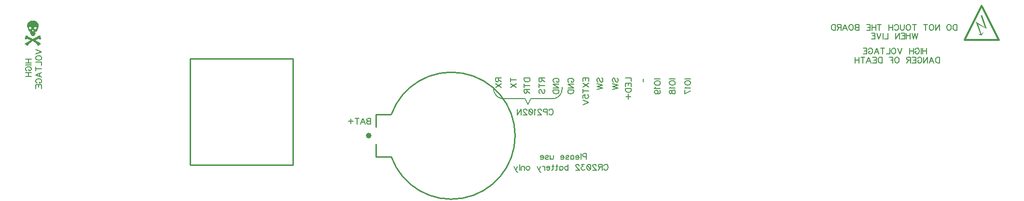
<source format=gbr>
G04 DipTrace 3.1.0.1*
G04 Bottom-Clock-IN12e.BottomSilk.gbr*
%MOIN*%
G04 #@! TF.FileFunction,Legend,Bot*
G04 #@! TF.Part,Single*
%ADD10C,0.009843*%
%ADD12C,0.002992*%
%ADD14C,0.011811*%
%ADD21C,0.007874*%
%ADD37C,0.039382*%
%ADD152C,0.006176*%
%FSLAX26Y26*%
G04*
G70*
G90*
G75*
G01*
G04 BotSilk*
%LPD*%
D37*
X2932359Y869954D3*
X2982978Y722774D2*
D10*
X3088857D1*
X2982978Y1018013D2*
X3085352D1*
X2982978Y722774D2*
Y810184D1*
X3088857Y722774D2*
G03X3088857Y1018013I414635J147619D01*
G01*
X2982978D2*
Y930603D1*
X1699959Y1404281D2*
X2408545D1*
Y666050D1*
X1699959D1*
Y1404281D1*
X7283780Y1535748D2*
D14*
X7047559D1*
X7283780D2*
X7165669Y1771969D1*
X7047559Y1535748D1*
G36*
X7189291Y1622370D2*
X7126291Y1661724D1*
X7130236Y1649913D1*
X7142047Y1642047D1*
X7201102Y1610559D1*
X7189291Y1622370D1*
G37*
G36*
X7177480Y1586937D2*
X7165669Y1563315D1*
X7142047Y1575126D1*
X7161724D1*
D1*
X7177480Y1586937D1*
G37*
G36*
X7165669Y1701102D2*
X7169614Y1708969D1*
X7201102Y1610559D1*
X7189291Y1622370D1*
X7157803Y1705047D1*
X7165669Y1701102D1*
G37*
G36*
X7130236Y1649913D2*
X7157803Y1571181D1*
X7165669Y1575126D1*
X7142047Y1642047D1*
X7130236Y1649913D1*
G37*
X3795591Y1205039D2*
D21*
G03X3854646Y1126299I68898J-9843D01*
G01*
X4268031Y1205039D2*
G02X4208976Y1126299I-68898J-9843D01*
G01*
X3854646D2*
X4012126D1*
X4051496D2*
X4208976D1*
X4012126D2*
X4031811Y1086929D1*
X4051496Y1126299D2*
X4031811Y1086929D1*
X597156Y1667568D2*
D12*
X624085D1*
X591760Y1664576D2*
X629482D1*
X587030Y1661584D2*
X634212D1*
X583141Y1658592D2*
X638101D1*
X580056Y1655600D2*
X641186D1*
X577687Y1652608D2*
X643555D1*
X575876Y1649615D2*
X645365D1*
X574589Y1646623D2*
X646652D1*
X573846Y1643631D2*
X647396D1*
X573480Y1640639D2*
X647761D1*
X573321Y1637647D2*
X647921D1*
X573257Y1634655D2*
X647985D1*
X573244Y1631663D2*
X648009D1*
X573341Y1628671D2*
X648006D1*
X573731Y1625678D2*
X584725D1*
X599560D2*
X621558D1*
X632936D2*
X647904D1*
X574551Y1622686D2*
X583995D1*
X601310D2*
X619333D1*
X635416D2*
X647512D1*
X575711Y1619694D2*
X583337D1*
X602301D2*
X617239D1*
X637439D2*
X646690D1*
X577055Y1616702D2*
X583001D1*
X602635D2*
X615109D1*
X638010D2*
X645542D1*
X578481Y1613710D2*
X584047D1*
X602511D2*
X617446D1*
X637115D2*
X644292D1*
X579846Y1610718D2*
X587719D1*
X600364D2*
X620260D1*
X633487D2*
X643142D1*
X580955Y1607726D2*
X593323D1*
X594764D2*
X626214D1*
X627906D2*
X642100D1*
X581752Y1604734D2*
X605668D1*
X614522D2*
X640925D1*
X582705Y1601741D2*
X604901D1*
X616282D2*
X639396D1*
X584105Y1598749D2*
X604003D1*
X617353D2*
X637113D1*
X587572Y1595757D2*
X603140D1*
X618101D2*
X633744D1*
X591539Y1592765D2*
X629738D1*
X595027Y1589773D2*
X626110D1*
X591172Y1586781D2*
X594164D1*
X597673D2*
X623176D1*
X592320Y1583789D2*
X595567D1*
X597943D2*
X622002D1*
X627077D2*
X630070D1*
X593700Y1580797D2*
X600148D1*
X614267D2*
X628573D1*
X595389Y1577804D2*
X626823D1*
X597394Y1574812D2*
X624984D1*
X599750Y1571820D2*
X622960D1*
X602712Y1568828D2*
X620615D1*
X561251Y1565836D2*
X567235D1*
X606133D2*
X618101D1*
X654007D2*
X659991D1*
X561239Y1562844D2*
X570353D1*
X650889D2*
X661372D1*
X561122Y1559852D2*
X573845D1*
X647396D2*
X662243D1*
X560636Y1556860D2*
X578053D1*
X643189D2*
X662783D1*
X559549Y1553867D2*
X583027D1*
X638215D2*
X663357D1*
X558179Y1550875D2*
X588546D1*
X632695D2*
X664153D1*
X556991Y1547883D2*
X594548D1*
X626694D2*
X664957D1*
X557417Y1544891D2*
X567235D1*
X575714D2*
X601373D1*
X619869D2*
X649222D1*
X654007D2*
X665535D1*
X558259Y1541899D2*
X564243D1*
X583606D2*
X609371D1*
X611871D2*
X639983D1*
X656999D2*
X665975D1*
X590413Y1538907D2*
X633048D1*
X595751Y1535915D2*
X627835D1*
X600148Y1532923D2*
X625231D1*
X594615Y1529930D2*
X629214D1*
X589255Y1526938D2*
X605658D1*
X614635D2*
X633849D1*
X583571Y1523946D2*
X601819D1*
X619760D2*
X639371D1*
X577130Y1520954D2*
X597671D1*
X624472D2*
X646007D1*
X570437Y1517962D2*
X593438D1*
X628717D2*
X652997D1*
X564485Y1514970D2*
X589413D1*
X632430D2*
X658749D1*
X559608Y1511978D2*
X585889D1*
X635666D2*
X663100D1*
X555266Y1508986D2*
X583053D1*
X638330D2*
X665114D1*
X558723Y1505993D2*
X581014D1*
X640285D2*
X663481D1*
X562482Y1503001D2*
X579479D1*
X641785D2*
X659706D1*
X566373Y1500009D2*
X577921D1*
X643328D2*
X655402D1*
X570227Y1497017D2*
X576211D1*
X645030D2*
X651014D1*
X597156Y1667568D2*
X591760Y1664576D1*
X587030Y1661584D1*
X583141Y1658592D1*
X580056Y1655600D1*
X577687Y1652608D1*
X575876Y1649615D1*
X574589Y1646623D1*
X573846Y1643631D1*
X573480Y1640639D1*
X573321Y1637647D1*
X573257Y1634655D1*
X573244Y1631663D1*
X573341Y1628671D1*
X573731Y1625678D1*
X574551Y1622686D1*
X575711Y1619694D1*
X577055Y1616702D1*
X578481Y1613710D1*
X579846Y1610718D1*
X580955Y1607726D1*
X581752Y1604734D1*
X582705Y1601741D1*
X584105Y1598749D1*
X587572Y1595757D1*
X591539Y1592765D1*
X595027Y1589773D1*
X597673Y1586781D1*
X597943Y1583789D1*
X597156Y1580797D1*
X624085Y1667568D2*
X629482Y1664576D1*
X634212Y1661584D1*
X638101Y1658592D1*
X641186Y1655600D1*
X643555Y1652608D1*
X645365Y1649615D1*
X646652Y1646623D1*
X647396Y1643631D1*
X647761Y1640639D1*
X647921Y1637647D1*
X647985Y1634655D1*
X648009Y1631663D1*
X648006Y1628671D1*
X647904Y1625678D1*
X647512Y1622686D1*
X646690Y1619694D1*
X645542Y1616702D1*
X644292Y1613710D1*
X643142Y1610718D1*
X642100Y1607726D1*
X640925Y1604734D1*
X639396Y1601741D1*
X637113Y1598749D1*
X633744Y1595757D1*
X629738Y1592765D1*
X626110Y1589773D1*
X623176Y1586781D1*
X622002Y1583789D1*
X621093Y1580797D1*
X600148D1*
Y1577804D1*
X585188Y1628671D2*
X584725Y1625678D1*
X583995Y1622686D1*
X583337Y1619694D1*
X583001Y1616702D1*
X584047Y1613710D1*
X587719Y1610718D1*
X593323Y1607726D1*
X600148Y1604734D1*
X597156Y1628671D2*
X599560Y1625678D1*
X601310Y1622686D1*
X602301Y1619694D1*
X602635Y1616702D1*
X602511Y1613710D1*
X600364Y1610718D1*
X594764Y1607726D1*
X588180Y1604734D1*
X624085Y1628671D2*
X621558Y1625678D1*
X619333Y1622686D1*
X617239Y1619694D1*
X615109Y1616702D1*
X617446Y1613710D1*
X620260Y1610718D1*
X626214Y1607726D1*
X633062Y1604734D1*
X630070Y1628671D2*
X632936Y1625678D1*
X635416Y1622686D1*
X637439Y1619694D1*
X638010Y1616702D1*
X637115Y1613710D1*
X633487Y1610718D1*
X627906Y1607726D1*
X621093Y1604734D1*
X606133Y1607726D2*
X605668Y1604734D1*
X604901Y1601741D1*
X604003Y1598749D1*
X603140Y1595757D1*
X615109Y1592765D1*
X612117Y1607726D2*
X614522Y1604734D1*
X616282Y1601741D1*
X617353Y1598749D1*
X618101Y1595757D1*
X606133Y1592765D1*
X591172Y1586781D2*
X592320Y1583789D1*
X593700Y1580797D1*
X595389Y1577804D1*
X597394Y1574812D1*
X599750Y1571820D1*
X602712Y1568828D1*
X606133Y1565836D1*
X594164Y1586781D2*
X595567Y1583789D1*
X597156Y1580797D1*
X627077Y1583789D2*
X614267Y1580797D1*
X600148Y1577804D1*
X630070Y1583789D2*
X628573Y1580797D1*
X626823Y1577804D1*
X624984Y1574812D1*
X622960Y1571820D1*
X620615Y1568828D1*
X618101Y1565836D1*
X561251D2*
X561239Y1562844D1*
X561122Y1559852D1*
X560636Y1556860D1*
X559549Y1553867D1*
X558179Y1550875D1*
X556991Y1547883D1*
X557417Y1544891D1*
X558259Y1541899D1*
X567235Y1565836D2*
X570353Y1562844D1*
X573845Y1559852D1*
X578053Y1556860D1*
X583027Y1553867D1*
X588546Y1550875D1*
X594548Y1547883D1*
X601373Y1544891D1*
X609371Y1541899D1*
X618101Y1538907D1*
X654007Y1565836D2*
X650889Y1562844D1*
X647396Y1559852D1*
X643189Y1556860D1*
X638215Y1553867D1*
X632695Y1550875D1*
X626694Y1547883D1*
X619869Y1544891D1*
X611871Y1541899D1*
X603140Y1538907D1*
X659991Y1565836D2*
X661372Y1562844D1*
X662243Y1559852D1*
X662783Y1556860D1*
X663357Y1553867D1*
X664153Y1550875D1*
X664957Y1547883D1*
X665535Y1544891D1*
X665975Y1541899D1*
X570227Y1547883D2*
X567235Y1544891D1*
X564243Y1541899D1*
X567235Y1547883D2*
X575714Y1544891D1*
X583606Y1541899D1*
X590413Y1538907D1*
X595751Y1535915D1*
X600148Y1532923D1*
X594615Y1529930D1*
X589255Y1526938D1*
X583571Y1523946D1*
X577130Y1520954D1*
X570437Y1517962D1*
X564485Y1514970D1*
X559608Y1511978D1*
X555266Y1508986D1*
X558723Y1505993D1*
X562482Y1503001D1*
X566373Y1500009D1*
X570227Y1497017D1*
X659991Y1547883D2*
X649222Y1544891D1*
X639983Y1541899D1*
X633048Y1538907D1*
X627835Y1535915D1*
X625231Y1532923D1*
X629214Y1529930D1*
X633849Y1526938D1*
X639371Y1523946D1*
X646007Y1520954D1*
X652997Y1517962D1*
X658749Y1514970D1*
X663100Y1511978D1*
X665114Y1508986D1*
X663481Y1505993D1*
X659706Y1503001D1*
X655402Y1500009D1*
X651014Y1497017D1*
Y1547883D2*
X654007Y1544891D1*
X656999Y1541899D1*
X609125Y1529930D2*
X605658Y1526938D1*
X601819Y1523946D1*
X597671Y1520954D1*
X593438Y1517962D1*
X589413Y1514970D1*
X585889Y1511978D1*
X583053Y1508986D1*
X581014Y1505993D1*
X579479Y1503001D1*
X577921Y1500009D1*
X576211Y1497017D1*
X609125Y1529930D2*
X614635Y1526938D1*
X619760Y1523946D1*
X624472Y1520954D1*
X628717Y1517962D1*
X632430Y1514970D1*
X635666Y1511978D1*
X638330Y1508986D1*
X640285Y1505993D1*
X641785Y1503001D1*
X643328Y1500009D1*
X645030Y1497017D1*
X4556313Y662266D2*
D152*
X4558214Y666068D1*
X4562061Y669915D1*
X4565863Y671816D1*
X4573513D1*
X4577359Y669915D1*
X4581162Y666068D1*
X4583107Y662266D1*
X4585009Y656518D1*
Y646923D1*
X4583107Y641219D1*
X4581162Y637372D1*
X4577359Y633570D1*
X4573513Y631624D1*
X4565863D1*
X4562061Y633570D1*
X4558214Y637372D1*
X4556313Y641219D1*
X4543961Y652671D2*
X4526761D1*
X4521013Y654616D1*
X4519068Y656518D1*
X4517167Y660320D1*
Y664167D1*
X4519068Y667969D1*
X4521013Y669915D1*
X4526761Y671816D1*
X4543961D1*
Y631624D1*
X4530564Y652671D2*
X4517167Y631624D1*
X4502870Y662221D2*
Y664123D1*
X4500968Y667969D1*
X4499067Y669871D1*
X4495220Y671772D1*
X4487571D1*
X4483769Y669871D1*
X4481867Y667969D1*
X4479922Y664123D1*
Y660320D1*
X4481867Y656473D1*
X4485670Y650770D1*
X4504815Y631624D1*
X4478021D1*
X4454173Y671772D2*
X4459921Y669871D1*
X4463768Y664123D1*
X4465669Y654572D1*
Y648824D1*
X4463768Y639274D1*
X4459921Y633526D1*
X4454173Y631624D1*
X4450371D1*
X4444622Y633526D1*
X4440820Y639274D1*
X4438874Y648824D1*
Y654572D1*
X4440820Y664123D1*
X4444622Y669871D1*
X4450371Y671772D1*
X4454173D1*
X4440820Y664123D2*
X4463768Y639274D1*
X4422676Y671772D2*
X4401674D1*
X4413126Y656473D1*
X4407378D1*
X4403575Y654572D1*
X4401674Y652671D1*
X4399728Y646923D1*
Y643120D1*
X4401674Y637372D1*
X4405476Y633526D1*
X4411224Y631624D1*
X4416972D1*
X4422676Y633526D1*
X4424578Y635471D1*
X4426523Y639274D1*
X4385432Y662221D2*
Y664123D1*
X4383530Y667969D1*
X4381629Y669871D1*
X4377782Y671772D1*
X4370133D1*
X4366330Y669871D1*
X4364429Y667969D1*
X4362484Y664123D1*
Y660320D1*
X4364429Y656473D1*
X4368232Y650770D1*
X4387377Y631624D1*
X4360582D1*
X4309350Y671816D2*
Y631624D1*
Y652671D2*
X4305503Y656518D1*
X4301701Y658419D1*
X4295953D1*
X4292150Y656518D1*
X4288304Y652671D1*
X4286402Y646923D1*
Y643120D1*
X4288304Y637372D1*
X4292150Y633570D1*
X4295953Y631624D1*
X4301701D1*
X4305503Y633570D1*
X4309350Y637372D1*
X4251103Y658419D2*
Y631624D1*
Y652671D2*
X4254905Y656518D1*
X4258752Y658419D1*
X4264456D1*
X4268303Y656518D1*
X4272105Y652671D1*
X4274051Y646923D1*
Y643120D1*
X4272105Y637372D1*
X4268303Y633570D1*
X4264456Y631624D1*
X4258752D1*
X4254905Y633570D1*
X4251103Y637372D1*
X4233004Y671816D2*
Y639274D1*
X4231102Y633570D1*
X4227255Y631624D1*
X4223453D1*
X4238752Y658419D2*
X4225354D1*
X4205353Y671816D2*
Y639274D1*
X4203452Y633570D1*
X4199605Y631624D1*
X4195803D1*
X4211102Y658419D2*
X4197704D1*
X4183452Y646923D2*
X4160504D1*
Y650770D1*
X4162405Y654616D1*
X4164306Y656518D1*
X4168153Y658419D1*
X4173901D1*
X4177703Y656518D1*
X4181550Y652671D1*
X4183452Y646923D1*
Y643120D1*
X4181550Y637372D1*
X4177703Y633570D1*
X4173901Y631624D1*
X4168153D1*
X4164306Y633570D1*
X4160504Y637372D1*
X4148152Y658419D2*
Y631624D1*
Y646923D2*
X4146207Y652671D1*
X4142404Y656518D1*
X4138557Y658419D1*
X4132809D1*
X4118513D2*
X4107061Y631624D1*
X4110863Y623975D1*
X4114710Y620128D1*
X4118513Y618227D1*
X4120458D1*
X4095565Y658419D2*
X4107061Y631624D1*
X4034782Y658419D2*
X4038584Y656518D1*
X4042431Y652671D1*
X4044332Y646923D1*
Y643120D1*
X4042431Y637372D1*
X4038584Y633570D1*
X4034782Y631624D1*
X4029034D1*
X4025187Y633570D1*
X4021385Y637372D1*
X4019439Y643120D1*
Y646923D1*
X4021385Y652671D1*
X4025187Y656518D1*
X4029034Y658419D1*
X4034782D1*
X4007088D2*
Y631624D1*
Y650770D2*
X4001340Y656518D1*
X3997493Y658419D1*
X3991789D1*
X3987942Y656518D1*
X3986041Y650770D1*
Y631624D1*
X3973690Y671816D2*
Y631624D1*
X3959393Y658419D2*
X3947941Y631624D1*
X3951743Y623975D1*
X3955590Y620128D1*
X3959393Y618227D1*
X3961338D1*
X3936445Y658419D2*
X3947941Y631624D1*
X6995062Y1641429D2*
Y1601237D1*
X6981664D1*
X6975916Y1603183D1*
X6972069Y1606985D1*
X6970168Y1610832D1*
X6968267Y1616536D1*
Y1626131D1*
X6970168Y1631879D1*
X6972069Y1635681D1*
X6975916Y1639528D1*
X6981664Y1641429D1*
X6995062D1*
X6944419D2*
X6948266Y1639528D1*
X6952069Y1635681D1*
X6954014Y1631879D1*
X6955916Y1626131D1*
Y1616536D1*
X6954014Y1610832D1*
X6952069Y1606985D1*
X6948266Y1603183D1*
X6944419Y1601237D1*
X6936770D1*
X6932968Y1603183D1*
X6929121Y1606985D1*
X6927220Y1610832D1*
X6925318Y1616536D1*
Y1626131D1*
X6927220Y1631879D1*
X6929121Y1635681D1*
X6932968Y1639528D1*
X6936770Y1641429D1*
X6944419D1*
X6847291D2*
Y1601237D1*
X6874086Y1641429D1*
Y1601237D1*
X6823444Y1641429D2*
X6827291Y1639528D1*
X6831093Y1635681D1*
X6833039Y1631879D1*
X6834940Y1626131D1*
Y1616536D1*
X6833039Y1610832D1*
X6831093Y1606985D1*
X6827291Y1603183D1*
X6823444Y1601237D1*
X6815795D1*
X6811992Y1603183D1*
X6808145Y1606985D1*
X6806244Y1610832D1*
X6804343Y1616536D1*
Y1626131D1*
X6806244Y1631879D1*
X6808145Y1635681D1*
X6811992Y1639528D1*
X6815795Y1641429D1*
X6823444D1*
X6778594D2*
Y1601237D1*
X6791991Y1641429D2*
X6765197D1*
X6700567D2*
Y1601237D1*
X6713965Y1641429D2*
X6687170D1*
X6663322D2*
X6667169Y1639528D1*
X6670972Y1635681D1*
X6672917Y1631879D1*
X6674819Y1626131D1*
Y1616536D1*
X6672917Y1610832D1*
X6670972Y1606985D1*
X6667169Y1603183D1*
X6663322Y1601237D1*
X6655673D1*
X6651871Y1603183D1*
X6648024Y1606985D1*
X6646123Y1610832D1*
X6644221Y1616536D1*
Y1626131D1*
X6646123Y1631879D1*
X6648024Y1635681D1*
X6651871Y1639528D1*
X6655673Y1641429D1*
X6663322D1*
X6631870D2*
Y1612733D1*
X6629969Y1606985D1*
X6626122Y1603183D1*
X6620374Y1601237D1*
X6616571D1*
X6610823Y1603183D1*
X6606977Y1606985D1*
X6605075Y1612733D1*
Y1641429D1*
X6564028Y1631879D2*
X6565929Y1635681D1*
X6569776Y1639528D1*
X6573578Y1641429D1*
X6581228D1*
X6585075Y1639528D1*
X6588877Y1635681D1*
X6590823Y1631879D1*
X6592724Y1626131D1*
Y1616536D1*
X6590823Y1610832D1*
X6588877Y1606985D1*
X6585075Y1603183D1*
X6581228Y1601237D1*
X6573578D1*
X6569776Y1603183D1*
X6565929Y1606985D1*
X6564028Y1610832D1*
X6551677Y1641429D2*
Y1601237D1*
X6524882Y1641429D2*
Y1601237D1*
X6551677Y1622284D2*
X6524882D1*
X6460252Y1641429D2*
Y1601237D1*
X6473650Y1641429D2*
X6446855D1*
X6434504D2*
Y1601237D1*
X6407709Y1641429D2*
Y1601237D1*
X6434504Y1622284D2*
X6407709D1*
X6370508Y1641429D2*
X6395358D1*
Y1601237D1*
X6370508D1*
X6395358Y1622284D2*
X6380059D1*
X6319276Y1641429D2*
Y1601237D1*
X6302032D1*
X6296284Y1603183D1*
X6294383Y1605084D1*
X6292482Y1608886D1*
Y1614634D1*
X6294383Y1618481D1*
X6296284Y1620382D1*
X6302032Y1622284D1*
X6296284Y1624229D1*
X6294383Y1626131D1*
X6292482Y1629933D1*
Y1633780D1*
X6294383Y1637582D1*
X6296284Y1639528D1*
X6302032Y1641429D1*
X6319276D1*
Y1622284D2*
X6302032D1*
X6268634Y1641429D2*
X6272481Y1639528D1*
X6276283Y1635681D1*
X6278229Y1631879D1*
X6280130Y1626131D1*
Y1616536D1*
X6278229Y1610832D1*
X6276283Y1606985D1*
X6272481Y1603183D1*
X6268634Y1601237D1*
X6260985D1*
X6257182Y1603183D1*
X6253335Y1606985D1*
X6251434Y1610832D1*
X6249533Y1616536D1*
Y1626131D1*
X6251434Y1631879D1*
X6253335Y1635681D1*
X6257182Y1639528D1*
X6260985Y1641429D1*
X6268634D1*
X6206540Y1601237D2*
X6221883Y1641429D1*
X6237182Y1601237D1*
X6231433Y1614634D2*
X6212288D1*
X6194189Y1622284D2*
X6176989D1*
X6171241Y1624229D1*
X6169295Y1626131D1*
X6167394Y1629933D1*
Y1633780D1*
X6169295Y1637582D1*
X6171241Y1639528D1*
X6176989Y1641429D1*
X6194189D1*
Y1601237D1*
X6180791Y1622284D2*
X6167394Y1601237D1*
X6155043Y1641429D2*
Y1601237D1*
X6141645D1*
X6135897Y1603183D1*
X6132050Y1606985D1*
X6130149Y1610832D1*
X6128248Y1616536D1*
Y1626131D1*
X6130149Y1631879D1*
X6132050Y1635681D1*
X6135897Y1639528D1*
X6141645Y1641429D1*
X6155043D1*
X6724303Y1582374D2*
X6714708Y1542182D1*
X6705157Y1582374D1*
X6695607Y1542182D1*
X6686012Y1582374D1*
X6673660D2*
Y1542182D1*
X6646866Y1582374D2*
Y1542182D1*
X6673660Y1563229D2*
X6646866D1*
X6609665Y1582374D2*
X6634514D1*
Y1542182D1*
X6609665D1*
X6634514Y1563229D2*
X6619216D1*
X6570519Y1582374D2*
Y1542182D1*
X6597314Y1582374D1*
Y1542182D1*
X6519287Y1582374D2*
Y1542182D1*
X6496339D1*
X6483988Y1582374D2*
Y1542182D1*
X6471636Y1582374D2*
X6456338Y1542182D1*
X6441039Y1582374D1*
X6403839D2*
X6428688D1*
Y1542182D1*
X6403839D1*
X6428688Y1563229D2*
X6413389D1*
X2946709Y990714D2*
Y950522D1*
X2929465D1*
X2923717Y952467D1*
X2921816Y954369D1*
X2919915Y958171D1*
Y963919D1*
X2921816Y967766D1*
X2923717Y969667D1*
X2929465Y971569D1*
X2923717Y973514D1*
X2921816Y975415D1*
X2919915Y979218D1*
Y983065D1*
X2921816Y986867D1*
X2923717Y988813D1*
X2929465Y990714D1*
X2946709D1*
Y971569D2*
X2929465D1*
X2876922Y950522D2*
X2892264Y990714D1*
X2907563Y950522D1*
X2901815Y963919D2*
X2882670D1*
X2851173Y990714D2*
Y950522D1*
X2864570Y990714D2*
X2837776D1*
X2808224Y987818D2*
Y953374D1*
X2825424Y970574D2*
X2790980D1*
X4410627Y1246080D2*
Y1270929D1*
X4450819D1*
Y1246080D1*
X4429773Y1270929D2*
Y1255630D1*
X4410627Y1233728D2*
X4450819Y1206934D1*
X4410627D2*
X4450819Y1233728D1*
X4410627Y1181185D2*
X4450819D1*
X4410627Y1194582D2*
Y1167788D1*
X4410672Y1132488D2*
Y1151589D1*
X4427871Y1153491D1*
X4425970Y1151589D1*
X4424025Y1145841D1*
Y1140138D1*
X4425970Y1134390D1*
X4429773Y1130543D1*
X4435521Y1128641D1*
X4439323D1*
X4445071Y1130543D1*
X4448918Y1134389D1*
X4450819Y1140138D1*
Y1145841D1*
X4448918Y1151589D1*
X4446973Y1153491D1*
X4443170Y1155436D1*
X4410627Y1116290D2*
X4450819Y1100992D1*
X4410627Y1085693D1*
X4316753Y1239851D2*
X4312950Y1241752D1*
X4309103Y1245599D1*
X4307202Y1249402D1*
Y1257051D1*
X4309103Y1260898D1*
X4312950Y1264700D1*
X4316753Y1266646D1*
X4322501Y1268547D1*
X4332096D1*
X4337799Y1266646D1*
X4341646Y1264700D1*
X4345449Y1260898D1*
X4347394Y1257051D1*
Y1249402D1*
X4345449Y1245599D1*
X4341646Y1241752D1*
X4337799Y1239851D1*
X4332096D1*
Y1249402D1*
X4307202Y1200705D2*
X4347394D1*
X4307202Y1227500D1*
X4347394D1*
X4307202Y1188354D2*
X4347394D1*
Y1174956D1*
X4345449Y1169208D1*
X4341646Y1165362D1*
X4337799Y1163460D1*
X4332096Y1161559D1*
X4322501D1*
X4316753Y1163460D1*
X4312950Y1165362D1*
X4309103Y1169208D1*
X4307202Y1174956D1*
Y1188354D1*
X4514801Y1242634D2*
X4510954Y1246437D1*
X4509053Y1252185D1*
Y1259834D1*
X4510954Y1265582D1*
X4514801Y1269429D1*
X4518603D1*
X4522450Y1267483D1*
X4524351Y1265582D1*
X4526252Y1261780D1*
X4530099Y1250284D1*
X4532000Y1246437D1*
X4533946Y1244535D1*
X4537749Y1242634D1*
X4543497D1*
X4547299Y1246437D1*
X4549245Y1252185D1*
Y1259834D1*
X4547299Y1265582D1*
X4543497Y1269429D1*
X4509053Y1230283D2*
X4549245Y1220688D1*
X4509053Y1211138D1*
X4549245Y1201587D1*
X4509053Y1191992D1*
X4621100Y1242634D2*
X4617253Y1246437D1*
X4615352Y1252185D1*
Y1259834D1*
X4617253Y1265582D1*
X4621100Y1269429D1*
X4624902D1*
X4628749Y1267483D1*
X4630650Y1265582D1*
X4632552Y1261780D1*
X4636398Y1250284D1*
X4638300Y1246437D1*
X4640245Y1244535D1*
X4644048Y1242634D1*
X4649796D1*
X4653598Y1246437D1*
X4655544Y1252185D1*
Y1259834D1*
X4653598Y1265582D1*
X4649796Y1269429D1*
X4615352Y1230283D2*
X4655544Y1220688D1*
X4615352Y1211138D1*
X4655544Y1201587D1*
X4615352Y1191992D1*
X3827922Y1270807D2*
Y1253607D1*
X3825977Y1247859D1*
X3824076Y1245913D1*
X3820273Y1244012D1*
X3816426D1*
X3812624Y1245913D1*
X3810678Y1247859D1*
X3808777Y1253607D1*
Y1270807D1*
X3848969D1*
X3827922Y1257410D2*
X3848969Y1244012D1*
X3808777Y1231661D2*
X3848969Y1204866D1*
X3808777D2*
X3848969Y1231661D1*
X3911139Y1257410D2*
X3951331Y1257409D1*
X3911139Y1270807D2*
Y1244012D1*
Y1231661D2*
X3951331Y1204866D1*
X3911139D2*
X3951331Y1231661D1*
X4005627Y1270583D2*
X4045819D1*
Y1257185D1*
X4043874Y1251437D1*
X4040071Y1247591D1*
X4036225Y1245689D1*
X4030521Y1243788D1*
X4020926D1*
X4015178Y1245689D1*
X4011375Y1247591D1*
X4007529Y1251437D1*
X4005627Y1257185D1*
Y1270583D1*
Y1218039D2*
X4045819D1*
X4005627Y1231437D2*
Y1204642D1*
X4024773Y1192291D2*
Y1175091D1*
X4022827Y1169343D1*
X4020926Y1167397D1*
X4017123Y1165496D1*
X4013277D1*
X4009474Y1167397D1*
X4007529Y1169343D1*
X4005627Y1175091D1*
Y1192291D1*
X4045819D1*
X4024773Y1178893D2*
X4045819Y1165496D1*
X4127135Y1270583D2*
Y1253383D1*
X4125189Y1247635D1*
X4123288Y1245689D1*
X4119486Y1243788D1*
X4115639D1*
X4111836Y1245689D1*
X4109891Y1247635D1*
X4107990Y1253383D1*
Y1270583D1*
X4148182D1*
X4127135Y1257185D2*
X4148182Y1243788D1*
X4107990Y1218039D2*
X4148182D1*
X4107990Y1231437D2*
Y1204642D1*
X4113738Y1165496D2*
X4109891Y1169299D1*
X4107990Y1175047D1*
Y1182696D1*
X4109891Y1188444D1*
X4113738Y1192291D1*
X4117540D1*
X4121387Y1190345D1*
X4123288Y1188444D1*
X4125189Y1184641D1*
X4129036Y1173145D1*
X4130937Y1169299D1*
X4132883Y1167397D1*
X4136685Y1165496D1*
X4142433D1*
X4146236Y1169299D1*
X4148182Y1175047D1*
Y1182696D1*
X4146236Y1188444D1*
X4142434Y1192291D1*
X4215965Y1239851D2*
X4212163Y1241752D1*
X4208316Y1245599D1*
X4206415Y1249402D1*
Y1257051D1*
X4208316Y1260898D1*
X4212163Y1264700D1*
X4215965Y1266646D1*
X4221713Y1268547D1*
X4231308D1*
X4237012Y1266646D1*
X4240859Y1264700D1*
X4244661Y1260898D1*
X4246607Y1257051D1*
Y1249402D1*
X4244661Y1245599D1*
X4240859Y1241752D1*
X4237012Y1239851D1*
X4231308D1*
Y1249402D1*
X4206415Y1200705D2*
X4246607D1*
X4206415Y1227500D1*
X4246607D1*
X4206415Y1188354D2*
X4246607D1*
Y1174956D1*
X4244661Y1169208D1*
X4240859Y1165362D1*
X4237012Y1163460D1*
X4231308Y1161559D1*
X4221713D1*
X4215965Y1163460D1*
X4212163Y1165362D1*
X4208316Y1169208D1*
X4206415Y1174956D1*
Y1188354D1*
X4705903Y1271153D2*
X4746095D1*
Y1248205D1*
X4705903Y1211004D2*
Y1235854D1*
X4746095D1*
Y1211004D1*
X4725048Y1235854D2*
Y1220555D1*
X4705903Y1198653D2*
X4746095D1*
Y1185256D1*
X4744149Y1179508D1*
X4740347Y1175661D1*
X4736500Y1173760D1*
X4730796Y1171858D1*
X4721202D1*
X4715454Y1173760D1*
X4711651Y1175661D1*
X4707804Y1179508D1*
X4705903Y1185256D1*
Y1198653D1*
X4708799Y1142307D2*
X4743243D1*
X4726043Y1159507D2*
Y1125063D1*
X4828383Y1265281D2*
Y1243173D1*
X4906690Y1262636D2*
X4946882D1*
X4906690Y1238788D2*
X4908592Y1242635D1*
X4912438Y1246437D1*
X4916241Y1248383D1*
X4921989Y1250284D1*
X4931584D1*
X4937288Y1248383D1*
X4941134Y1246437D1*
X4944937Y1242635D1*
X4946882Y1238788D1*
Y1231139D1*
X4944937Y1227336D1*
X4941134Y1223490D1*
X4937288Y1221588D1*
X4931584Y1219687D1*
X4921989D1*
X4916241Y1221588D1*
X4912438Y1223490D1*
X4908592Y1227336D1*
X4906690Y1231139D1*
Y1238788D1*
X4914384Y1207336D2*
X4912438Y1203489D1*
X4906735Y1197741D1*
X4946882D1*
X4920088Y1160496D2*
X4925836Y1162442D1*
X4929682Y1166244D1*
X4931584Y1171992D1*
Y1173893D1*
X4929682Y1179641D1*
X4925836Y1183444D1*
X4920088Y1185389D1*
X4918186D1*
X4912438Y1183444D1*
X4908636Y1179641D1*
X4906735Y1173893D1*
Y1171992D1*
X4908636Y1166244D1*
X4912438Y1162442D1*
X4920088Y1160496D1*
X4929682D1*
X4939233Y1162442D1*
X4944981Y1166244D1*
X4946882Y1171992D1*
Y1175795D1*
X4944981Y1181543D1*
X4941134Y1183444D1*
X5009053Y1264493D2*
X5049245D1*
X5009053Y1240645D2*
X5010954Y1244492D1*
X5014801Y1248295D1*
X5018603Y1250240D1*
X5024351Y1252141D1*
X5033946D1*
X5039650Y1250240D1*
X5043497Y1248294D1*
X5047299Y1244492D1*
X5049245Y1240645D1*
Y1232996D1*
X5047299Y1229193D1*
X5043497Y1225347D1*
X5039650Y1223445D1*
X5033946Y1221544D1*
X5024351D1*
X5018603Y1223445D1*
X5014801Y1225347D1*
X5010954Y1229193D1*
X5009053Y1232996D1*
Y1240645D1*
X5016746Y1209193D2*
X5014801Y1205346D1*
X5009097Y1199598D1*
X5049245D1*
X5009097Y1177696D2*
X5010998Y1183400D1*
X5014801Y1185345D1*
X5018647D1*
X5022450Y1183400D1*
X5024395Y1179597D1*
X5026297Y1171948D1*
X5028198Y1166200D1*
X5032045Y1162397D1*
X5035847Y1160496D1*
X5041595D1*
X5045398Y1162397D1*
X5047343Y1164299D1*
X5049245Y1170047D1*
Y1177696D1*
X5047343Y1183400D1*
X5045398Y1185345D1*
X5041595Y1187246D1*
X5035847Y1187247D1*
X5032045Y1185345D1*
X5028198Y1181499D1*
X5026297Y1175795D1*
X5024395Y1168145D1*
X5022450Y1164299D1*
X5018647Y1162397D1*
X5014801D1*
X5010998Y1164299D1*
X5009097Y1170047D1*
Y1177696D1*
X5115352Y1264537D2*
X5155544D1*
X5115352Y1240689D2*
X5117253Y1244536D1*
X5121100Y1248339D1*
X5124902Y1250284D1*
X5130650Y1252185D1*
X5140245D1*
X5145949Y1250284D1*
X5149796Y1248339D1*
X5153598Y1244536D1*
X5155544Y1240689D1*
Y1233040D1*
X5153598Y1229238D1*
X5149796Y1225391D1*
X5145949Y1223490D1*
X5140245Y1221588D1*
X5130650D1*
X5124902Y1223490D1*
X5121100Y1225391D1*
X5117253Y1229238D1*
X5115352Y1233040D1*
Y1240689D1*
X5123045Y1209237D2*
X5121100Y1205390D1*
X5115396Y1199642D1*
X5155544D1*
Y1179641D2*
X5115396Y1160496D1*
Y1187291D1*
X4177518Y1045955D2*
X4179419Y1049757D1*
X4183266Y1053604D1*
X4187068Y1055505D1*
X4194718D1*
X4198564Y1053604D1*
X4202367Y1049757D1*
X4204312Y1045955D1*
X4206214Y1040207D1*
Y1030612D1*
X4204312Y1024908D1*
X4202367Y1021061D1*
X4198564Y1017259D1*
X4194718Y1015313D1*
X4187068D1*
X4183266Y1017259D1*
X4179419Y1021061D1*
X4177518Y1024908D1*
X4165166Y1034459D2*
X4147922D1*
X4142218Y1036360D1*
X4140273Y1038305D1*
X4138372Y1042108D1*
Y1047856D1*
X4140273Y1051658D1*
X4142218Y1053604D1*
X4147922Y1055505D1*
X4165166D1*
Y1015313D1*
X4124075Y1045910D2*
Y1047812D1*
X4122173Y1051658D1*
X4120272Y1053560D1*
X4116425Y1055461D1*
X4108776D1*
X4104974Y1053560D1*
X4103072Y1051658D1*
X4101127Y1047812D1*
Y1044009D1*
X4103072Y1040162D1*
X4106875Y1034459D1*
X4126020Y1015313D1*
X4099226D1*
X4086874Y1047812D2*
X4083027Y1049757D1*
X4077279Y1055461D1*
Y1015313D1*
X4053432Y1055461D2*
X4059180Y1053560D1*
X4063027Y1047812D1*
X4064928Y1038261D1*
Y1032513D1*
X4063027Y1022963D1*
X4059180Y1017214D1*
X4053432Y1015313D1*
X4049629D1*
X4043881Y1017214D1*
X4040079Y1022963D1*
X4038133Y1032513D1*
Y1038261D1*
X4040079Y1047812D1*
X4043881Y1053560D1*
X4049629Y1055461D1*
X4053432D1*
X4040079Y1047812D2*
X4063027Y1022963D1*
X4023836Y1045910D2*
Y1047812D1*
X4021935Y1051658D1*
X4020034Y1053560D1*
X4016187Y1055461D1*
X4008538D1*
X4004735Y1053560D1*
X4002834Y1051658D1*
X4000888Y1047812D1*
Y1044009D1*
X4002834Y1040162D1*
X4006637Y1034459D1*
X4025782Y1015313D1*
X3998987D1*
X3959841Y1055505D2*
Y1015313D1*
X3986636Y1055505D1*
Y1015313D1*
X4436965Y725573D2*
X4419721D1*
X4414017Y727474D1*
X4412072Y729420D1*
X4410171Y733222D1*
Y738970D1*
X4412072Y742773D1*
X4414017Y744718D1*
X4419721Y746619D1*
X4436965D1*
Y706427D1*
X4397819Y746619D2*
Y706427D1*
X4385468Y721726D2*
X4362520D1*
Y725573D1*
X4364421Y729420D1*
X4366323Y731321D1*
X4370169Y733222D1*
X4375917D1*
X4379720Y731321D1*
X4383567Y727474D1*
X4385468Y721726D1*
Y717923D1*
X4383567Y712175D1*
X4379720Y708373D1*
X4375917Y706427D1*
X4370169D1*
X4366323Y708373D1*
X4362520Y712175D1*
X4327221Y733222D2*
Y706427D1*
Y727474D2*
X4331023Y731321D1*
X4334870Y733222D1*
X4340574D1*
X4344421Y731321D1*
X4348223Y727474D1*
X4350169Y721726D1*
Y717923D1*
X4348223Y712175D1*
X4344421Y708373D1*
X4340574Y706427D1*
X4334870D1*
X4331023Y708373D1*
X4327221Y712175D1*
X4293823Y727474D2*
X4295724Y731321D1*
X4301472Y733222D1*
X4307220D1*
X4312968Y731321D1*
X4314869Y727474D1*
X4312968Y723671D1*
X4309121Y721726D1*
X4299571Y719825D1*
X4295724Y717923D1*
X4293823Y714077D1*
Y712175D1*
X4295724Y708373D1*
X4301472Y706427D1*
X4307220D1*
X4312968Y708373D1*
X4314869Y712175D1*
X4281471Y721726D2*
X4258523D1*
Y725573D1*
X4260425Y729420D1*
X4262326Y731321D1*
X4266173Y733222D1*
X4271921D1*
X4275723Y731321D1*
X4279570Y727474D1*
X4281471Y721726D1*
Y717923D1*
X4279570Y712175D1*
X4275723Y708373D1*
X4271921Y706427D1*
X4266173D1*
X4262326Y708373D1*
X4258523Y712175D1*
X4207291Y733222D2*
Y714077D1*
X4205390Y708373D1*
X4201543Y706427D1*
X4195795D1*
X4191993Y708373D1*
X4186245Y714077D1*
Y733222D2*
Y706427D1*
X4152846Y727474D2*
X4154748Y731321D1*
X4160496Y733222D1*
X4166244D1*
X4171992Y731321D1*
X4173893Y727474D1*
X4171992Y723671D1*
X4168145Y721726D1*
X4158595Y719825D1*
X4154748Y717923D1*
X4152846Y714077D1*
Y712175D1*
X4154748Y708373D1*
X4160496Y706427D1*
X4166244D1*
X4171992Y708373D1*
X4173893Y712175D1*
X4140495Y721726D2*
X4117547D1*
Y725573D1*
X4119448Y729420D1*
X4121350Y731321D1*
X4125196Y733222D1*
X4130945D1*
X4134747Y731321D1*
X4138594Y727474D1*
X4140495Y721726D1*
Y717923D1*
X4138594Y712175D1*
X4134747Y708373D1*
X4130945Y706427D1*
X4125196D1*
X4121350Y708373D1*
X4117547Y712175D1*
X6786884Y1477717D2*
Y1437525D1*
X6760089Y1477717D2*
Y1437525D1*
X6786884Y1458571D2*
X6760089D1*
X6747737Y1477717D2*
Y1437525D1*
X6706690Y1468166D2*
X6708591Y1471968D1*
X6712438Y1475815D1*
X6716241Y1477717D1*
X6723890D1*
X6727737Y1475815D1*
X6731539Y1471968D1*
X6733485Y1468166D1*
X6735386Y1462418D1*
Y1452823D1*
X6733485Y1447119D1*
X6731539Y1443273D1*
X6727737Y1439470D1*
X6723890Y1437525D1*
X6716241D1*
X6712438Y1439470D1*
X6708591Y1443273D1*
X6706690Y1447119D1*
Y1452823D1*
X6716241D1*
X6694339Y1477717D2*
Y1437525D1*
X6667544Y1477717D2*
Y1437525D1*
X6694339Y1458571D2*
X6667544D1*
X6616312Y1477717D2*
X6601013Y1437525D1*
X6585715Y1477717D1*
X6561867D2*
X6565714Y1475815D1*
X6569517Y1471968D1*
X6571462Y1468166D1*
X6573363Y1462418D1*
Y1452823D1*
X6571462Y1447119D1*
X6569517Y1443273D1*
X6565714Y1439470D1*
X6561867Y1437525D1*
X6554218D1*
X6550415Y1439470D1*
X6546569Y1443273D1*
X6544667Y1447119D1*
X6542766Y1452823D1*
Y1462418D1*
X6544667Y1468166D1*
X6546569Y1471968D1*
X6550415Y1475815D1*
X6554218Y1477717D1*
X6561867D1*
X6530415D2*
Y1437525D1*
X6507467D1*
X6481718Y1477717D2*
Y1437525D1*
X6495115Y1477717D2*
X6468321D1*
X6425328Y1437525D2*
X6440671Y1477717D1*
X6455969Y1437525D1*
X6450221Y1450922D2*
X6431076D1*
X6384281Y1468166D2*
X6386182Y1471968D1*
X6390029Y1475815D1*
X6393831Y1477717D1*
X6401480D1*
X6405327Y1475815D1*
X6409130Y1471968D1*
X6411075Y1468166D1*
X6412976Y1462418D1*
Y1452823D1*
X6411075Y1447119D1*
X6409130Y1443273D1*
X6405327Y1439470D1*
X6401480Y1437525D1*
X6393831D1*
X6390029Y1439470D1*
X6386182Y1443273D1*
X6384281Y1447119D1*
Y1452823D1*
X6393831D1*
X6347080Y1477717D2*
X6371929D1*
Y1437525D1*
X6347080D1*
X6371929Y1458571D2*
X6356631D1*
X6873876Y1414724D2*
Y1374532D1*
X6860479D1*
X6854731Y1376478D1*
X6850884Y1380280D1*
X6848983Y1384127D1*
X6847081Y1389831D1*
Y1399426D1*
X6848983Y1405174D1*
X6850884Y1408976D1*
X6854731Y1412823D1*
X6860479Y1414724D1*
X6873876D1*
X6804088Y1374532D2*
X6819431Y1414724D1*
X6834730Y1374532D1*
X6828982Y1387930D2*
X6809837D1*
X6764942Y1414724D2*
Y1374532D1*
X6791737Y1414724D1*
Y1374532D1*
X6723895Y1405174D2*
X6725796Y1408976D1*
X6729643Y1412823D1*
X6733446Y1414724D1*
X6741095D1*
X6744942Y1412823D1*
X6748744Y1408976D1*
X6750690Y1405174D1*
X6752591Y1399426D1*
Y1389831D1*
X6750690Y1384127D1*
X6748744Y1380280D1*
X6744942Y1376478D1*
X6741095Y1374532D1*
X6733446D1*
X6729643Y1376478D1*
X6725796Y1380280D1*
X6723895Y1384127D1*
Y1389831D1*
X6733446D1*
X6686694Y1414724D2*
X6711544D1*
Y1374532D1*
X6686694D1*
X6711544Y1395579D2*
X6696245D1*
X6674343D2*
X6657143D1*
X6651395Y1397525D1*
X6649450Y1399426D1*
X6647548Y1403228D1*
Y1407075D1*
X6649450Y1410878D1*
X6651395Y1412823D1*
X6657143Y1414724D1*
X6674343D1*
Y1374532D1*
X6660946Y1395579D2*
X6647548Y1374532D1*
X6584820Y1414724D2*
X6588667Y1412823D1*
X6592469Y1408976D1*
X6594415Y1405174D1*
X6596316Y1399426D1*
Y1389831D1*
X6594415Y1384127D1*
X6592469Y1380280D1*
X6588667Y1376478D1*
X6584820Y1374532D1*
X6577171D1*
X6573368Y1376478D1*
X6569522Y1380280D1*
X6567620Y1384127D1*
X6565719Y1389831D1*
Y1399426D1*
X6567620Y1405174D1*
X6569522Y1408976D1*
X6573368Y1412823D1*
X6577171Y1414724D1*
X6584820D1*
X6528474D2*
X6553368D1*
Y1374532D1*
Y1395579D2*
X6538069D1*
X6477242Y1414724D2*
Y1374532D1*
X6463845D1*
X6458097Y1376478D1*
X6454250Y1380280D1*
X6452349Y1384127D1*
X6450447Y1389831D1*
Y1399426D1*
X6452349Y1405174D1*
X6454250Y1408976D1*
X6458097Y1412823D1*
X6463845Y1414724D1*
X6477242D1*
X6413247D2*
X6438096D1*
Y1374532D1*
X6413247D1*
X6438096Y1395579D2*
X6422797D1*
X6370254Y1374532D2*
X6385597Y1414724D1*
X6400895Y1374532D1*
X6395147Y1387930D2*
X6376002D1*
X6344505Y1414724D2*
Y1374532D1*
X6357903Y1414724D2*
X6331108D1*
X6318757D2*
Y1374532D1*
X6291962Y1414724D2*
Y1374532D1*
X6318757Y1395579D2*
X6291962D1*
X561410Y1400707D2*
X601601D1*
X561410Y1373912D2*
X601601D1*
X580555Y1400707D2*
Y1373912D1*
X561410Y1361561D2*
X601602D1*
X570960Y1320514D2*
X567158Y1322415D1*
X563311Y1326262D1*
X561410Y1330064D1*
Y1337713D1*
X563311Y1341560D1*
X567158Y1345363D1*
X570960Y1347308D1*
X576708Y1349209D1*
X586303D1*
X592007Y1347308D1*
X595853Y1345363D1*
X599656Y1341560D1*
X601602Y1337713D1*
Y1330064D1*
X599656Y1326261D1*
X595853Y1322415D1*
X592007Y1320513D1*
X586303D1*
Y1330064D1*
X561410Y1308162D2*
X601602D1*
X561409Y1281368D2*
X601601D1*
X580555Y1308162D2*
Y1281368D1*
X632276Y1467922D2*
X672468Y1452624D1*
X632276Y1437325D1*
Y1413477D2*
X634177Y1417324D1*
X638024Y1421127D1*
X641826Y1423072D1*
X647574Y1424974D1*
X657169D1*
X662873Y1423072D1*
X666720Y1421127D1*
X670522Y1417324D1*
X672468Y1413477D1*
Y1405828D1*
X670522Y1402026D1*
X666720Y1398179D1*
X662873Y1396278D1*
X657169Y1394376D1*
X647574D1*
X641826Y1396278D1*
X638024Y1398179D1*
X634177Y1402026D1*
X632276Y1405828D1*
Y1413477D1*
Y1382025D2*
X672468D1*
Y1359077D1*
X632276Y1333328D2*
X672468D1*
X632276Y1346726D2*
Y1319931D1*
X672468Y1276938D2*
X632276Y1292281D1*
X672468Y1307580D1*
X659070Y1301832D2*
Y1282686D1*
X641826Y1235891D2*
X638024Y1237792D1*
X634177Y1241639D1*
X632276Y1245441D1*
Y1253091D1*
X634177Y1256937D1*
X638024Y1260740D1*
X641826Y1262686D1*
X647574Y1264587D1*
X657169D1*
X662873Y1262685D1*
X666720Y1260740D1*
X670522Y1256937D1*
X672468Y1253091D1*
Y1245441D1*
X670522Y1241639D1*
X666720Y1237792D1*
X662873Y1235891D1*
X657169D1*
Y1245441D1*
X632276Y1198690D2*
Y1223540D1*
X672468Y1223539D1*
Y1198690D1*
X651421Y1223539D2*
Y1208241D1*
M02*

</source>
